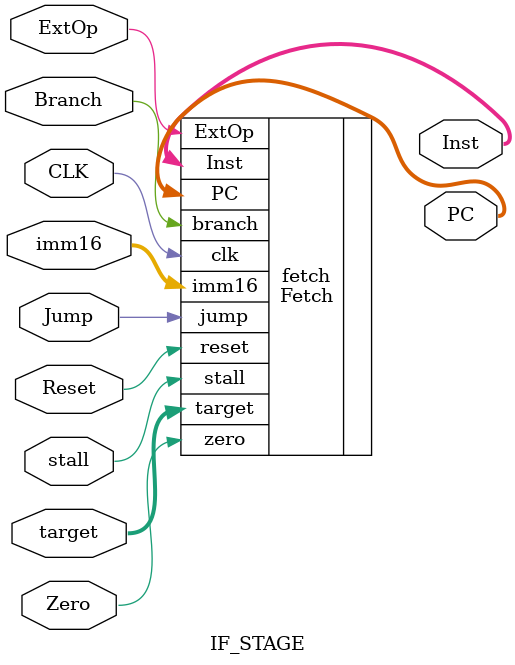
<source format=v>
`timescale 1ns / 1ps
module IF_STAGE(
	CLK, 
	Reset, 
	imm16, 
	Jump, 
	Branch, 
	Zero, 
	target, 
	ExtOp, 
	Inst, 
	PC,
	stall
);
input CLK, Reset, Jump, Branch, Zero, ExtOp;
input [25:0] target;
input [15:0] imm16;
output [31:0] Inst,PC;

// new code
input stall;

Fetch fetch (
	.clk(CLK), 
	.reset(Reset), 
	.branch(Branch), 
	.zero(Zero), 
	.jump(Jump), 
	.target(target), 
	.imm16(imm16),
	.ExtOp(ExtOp), 
	.Inst(Inst),
	.PC(PC),
	.stall(stall)
);
endmodule

</source>
